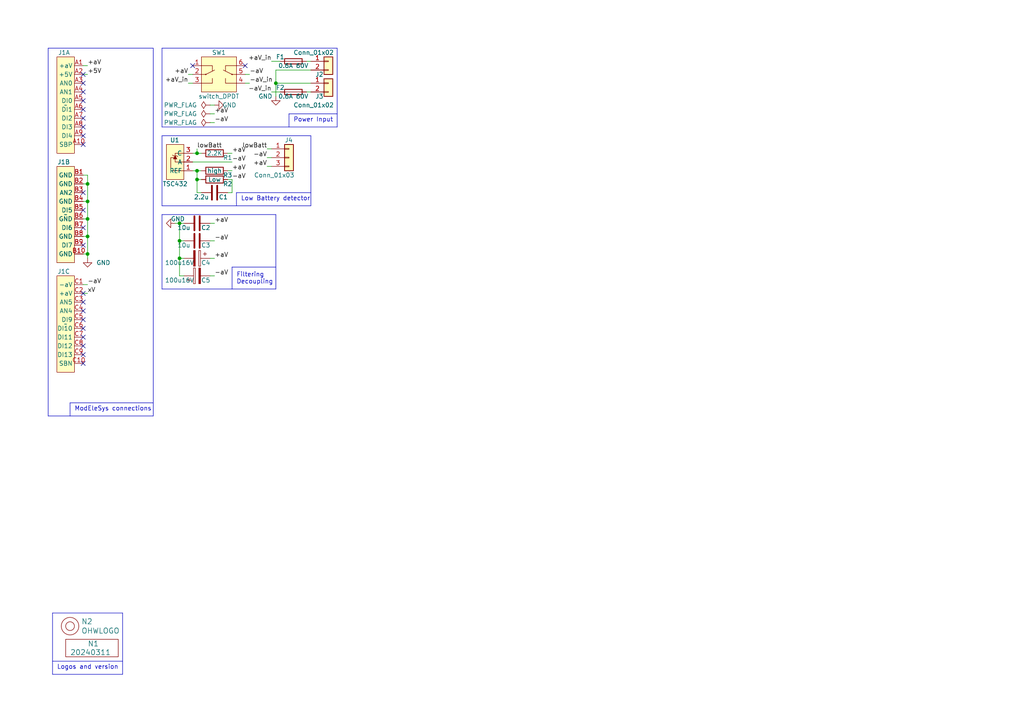
<source format=kicad_sch>
(kicad_sch (version 20230121) (generator eeschema)
  (paper "A4")
  (lib_symbols
    (symbol "Connector_Generic:Conn_01x02" (pin_names (offset 1.016) hide)
      (property "Reference" "J" (at 0 2.54 0))
      (property "Value" "Conn_01x02" (at 0 -5.08 0))
      (symbol "Conn_01x02_1_1"
        (rectangle (start -1.27 -2.413) (end 0 -2.667) (stroke (width 0.1524)))
        (rectangle (start -1.27 0.127) (end 0 -0.127) (stroke (width 0.1524)))
        (rectangle (start -1.27 1.27) (end 1.27 -3.81) (stroke (width 0.254)) (fill (type background)))
        (pin passive line (at -5.08 0 0) (length 3.81) (name "Pin_1") (number "1"))
        (pin passive line (at -5.08 -2.54 0) (length 3.81) (name "Pin_2") (number "2"))
      )
    )
    (symbol "Connector_Generic:Conn_01x03" (pin_names (offset 1.016) hide)
      (property "Reference" "J" (at 0 5.08 0))
      (property "Value" "Conn_01x03" (at 0 -5.08 0))
      (symbol "Conn_01x03_1_1"
        (rectangle (start -1.27 -2.413) (end 0 -2.667) (stroke (width 0.1524)))
        (rectangle (start -1.27 0.127) (end 0 -0.127) (stroke (width 0.1524)))
        (rectangle (start -1.27 2.667) (end 0 2.413) (stroke (width 0.1524)))
        (rectangle (start -1.27 3.81) (end 1.27 -3.81) (stroke (width 0.254)) (fill (type background)))
        (pin passive line (at -5.08 2.54 0) (length 3.81) (name "Pin_1") (number "1"))
        (pin passive line (at -5.08 0 0) (length 3.81) (name "Pin_2") (number "2"))
        (pin passive line (at -5.08 -2.54 0) (length 3.81) (name "Pin_3") (number "3"))
      )
    )
    (symbol "Device:C" (pin_numbers hide) (pin_names (offset 0.254))
      (property "Reference" "C" (at 0.635 2.54 0))
      (property "Value" "C" (at 0.635 -2.54 0))
      (symbol "C_0_1"
        (polyline (pts (xy -2.032 -0.762) (xy 2.032 -0.762)) (stroke (width 0.508)))
        (polyline (pts (xy -2.032 0.762) (xy 2.032 0.762)) (stroke (width 0.508)))
      )
      (symbol "C_1_1"
        (pin passive line (at 0 3.81 270) (length 2.794) (name "~") (number "1"))
        (pin passive line (at 0 -3.81 90) (length 2.794) (name "~") (number "2"))
      )
    )
    (symbol "Device:C_Polarized" (pin_numbers hide) (pin_names (offset 0.254))
      (property "Reference" "C" (at 0.635 2.54 0))
      (property "Value" "C_Polarized" (at 0.635 -2.54 0))
      (symbol "C_Polarized_0_1"
        (rectangle (start -2.286 0.508) (end 2.286 1.016))
        (polyline (pts (xy -1.778 2.286) (xy -0.762 2.286)))
        (polyline (pts (xy -1.27 2.794) (xy -1.27 1.778)))
        (rectangle (start 2.286 -0.508) (end -2.286 -1.016) (fill (type outline)))
      )
      (symbol "C_Polarized_1_1"
        (pin passive line (at 0 3.81 270) (length 2.794) (name "~") (number "1"))
        (pin passive line (at 0 -3.81 90) (length 2.794) (name "~") (number "2"))
      )
    )
    (symbol "Device:Fuse" (pin_numbers hide) (pin_names (offset 0))
      (property "Reference" "F" (at 2.032 0 90))
      (property "Value" "Fuse" (at -1.905 0 90))
      (symbol "Fuse_0_1"
        (rectangle (start -0.762 -2.54) (end 0.762 2.54) (stroke (width 0.254)))
        (polyline (pts (xy 0 2.54) (xy 0 -2.54)))
      )
      (symbol "Fuse_1_1"
        (pin passive line (at 0 3.81 270) (length 1.27) (name "~") (number "1"))
        (pin passive line (at 0 -3.81 90) (length 1.27) (name "~") (number "2"))
      )
    )
    (symbol "Device:R" (pin_numbers hide) (pin_names (offset 0))
      (property "Reference" "R" (at 2.032 0 90))
      (property "Value" "R" (at 0 0 90))
      (symbol "R_0_1"
        (rectangle (start -1.016 -2.54) (end 1.016 2.54) (stroke (width 0.254)))
      )
      (symbol "R_1_1"
        (pin passive line (at 0 3.81 270) (length 1.27) (name "~") (number "1"))
        (pin passive line (at 0 -3.81 90) (length 1.27) (name "~") (number "2"))
      )
    )
    (symbol "SquMes_30pin_1"
      (property "Reference" "J" (at 0 15.24 0))
      (symbol "SquMes_30pin_1_1_1"
        (rectangle (start -2.54 13.97) (end 2.54 -13.97) (fill (type background)))
        (pin passive line (at -5.08 11.43 0) (length 2.54) (name "+aV") (number "A1"))
        (pin passive line (at -5.08 -11.43 0) (length 2.54) (name "SBP") (number "A10"))
        (pin passive line (at -5.08 8.89 0) (length 2.54) (name "+5V") (number "A2"))
        (pin passive line (at -5.08 6.35 0) (length 2.54) (name "AN0") (number "A3"))
        (pin passive line (at -5.08 3.81 0) (length 2.54) (name "AN1") (number "A4"))
        (pin passive line (at -5.08 1.27 0) (length 2.54) (name "DI0") (number "A5"))
        (pin passive line (at -5.08 -1.27 0) (length 2.54) (name "DI1") (number "A6"))
        (pin passive line (at -5.08 -3.81 0) (length 2.54) (name "DI2") (number "A7"))
        (pin passive line (at -5.08 -6.35 0) (length 2.54) (name "DI3") (number "A8"))
        (pin passive line (at -5.08 -8.89 0) (length 2.54) (name "DI4") (number "A9"))
      )
      (symbol "SquMes_30pin_1_2_1"
        (rectangle (start -2.54 13.97) (end 2.54 -13.97) (fill (type background)))
        (pin passive line (at -5.08 11.43 0) (length 2.54) (name "GND") (number "B1"))
        (pin passive line (at -5.08 -11.43 0) (length 2.54) (name "GND") (number "B10"))
        (pin passive line (at -5.08 8.89 0) (length 2.54) (name "GND") (number "B2"))
        (pin passive line (at -5.08 6.35 0) (length 2.54) (name "AN2") (number "B3"))
        (pin passive line (at -5.08 3.81 0) (length 2.54) (name "GND") (number "B4"))
        (pin passive line (at -5.08 1.27 0) (length 2.54) (name "DI5") (number "B5"))
        (pin passive line (at -5.08 -1.27 0) (length 2.54) (name "GND") (number "B6"))
        (pin passive line (at -5.08 -3.81 0) (length 2.54) (name "DI6") (number "B7"))
        (pin passive line (at -5.08 -6.35 0) (length 2.54) (name "GND") (number "B8"))
        (pin passive line (at -5.08 -8.89 0) (length 2.54) (name "DI7") (number "B9"))
      )
      (symbol "SquMes_30pin_1_3_1"
        (rectangle (start -2.54 13.97) (end 2.54 -13.97) (fill (type background)))
        (pin passive line (at -5.08 11.43 0) (length 2.54) (name "-aV") (number "C1"))
        (pin passive line (at -5.08 -11.43 0) (length 2.54) (name "SBN") (number "C10"))
        (pin passive line (at -5.08 8.89 0) (length 2.54) (name "+aV") (number "C2"))
        (pin passive line (at -5.08 6.35 0) (length 2.54) (name "AN5") (number "C3"))
        (pin passive line (at -5.08 3.81 0) (length 2.54) (name "AN4") (number "C4"))
        (pin passive line (at -5.08 1.27 0) (length 2.54) (name "DI9") (number "C5"))
        (pin passive line (at -5.08 -1.27 0) (length 2.54) (name "DI10") (number "C6"))
        (pin passive line (at -5.08 -3.81 0) (length 2.54) (name "DI11") (number "C7"))
        (pin passive line (at -5.08 -6.35 0) (length 2.54) (name "DI12") (number "C8"))
        (pin passive line (at -5.08 -8.89 0) (length 2.54) (name "DI13") (number "C9"))
      )
    )
    (symbol "SquMes_30pin_2"
      (property "Reference" "J" (at 0 15.24 0))
      (symbol "SquMes_30pin_2_1_1"
        (rectangle (start -2.54 13.97) (end 2.54 -13.97) (fill (type background)))
        (pin passive line (at -5.08 11.43 0) (length 2.54) (name "+aV") (number "A1"))
        (pin passive line (at -5.08 -11.43 0) (length 2.54) (name "SBP") (number "A10"))
        (pin passive line (at -5.08 8.89 0) (length 2.54) (name "+5V") (number "A2"))
        (pin passive line (at -5.08 6.35 0) (length 2.54) (name "AN0") (number "A3"))
        (pin passive line (at -5.08 3.81 0) (length 2.54) (name "AN1") (number "A4"))
        (pin passive line (at -5.08 1.27 0) (length 2.54) (name "DI0") (number "A5"))
        (pin passive line (at -5.08 -1.27 0) (length 2.54) (name "DI1") (number "A6"))
        (pin passive line (at -5.08 -3.81 0) (length 2.54) (name "DI2") (number "A7"))
        (pin passive line (at -5.08 -6.35 0) (length 2.54) (name "DI3") (number "A8"))
        (pin passive line (at -5.08 -8.89 0) (length 2.54) (name "DI4") (number "A9"))
      )
      (symbol "SquMes_30pin_2_2_1"
        (rectangle (start -2.54 13.97) (end 2.54 -13.97) (fill (type background)))
        (pin passive line (at -5.08 11.43 0) (length 2.54) (name "GND") (number "B1"))
        (pin passive line (at -5.08 -11.43 0) (length 2.54) (name "GND") (number "B10"))
        (pin passive line (at -5.08 8.89 0) (length 2.54) (name "GND") (number "B2"))
        (pin passive line (at -5.08 6.35 0) (length 2.54) (name "AN2") (number "B3"))
        (pin passive line (at -5.08 3.81 0) (length 2.54) (name "GND") (number "B4"))
        (pin passive line (at -5.08 1.27 0) (length 2.54) (name "DI5") (number "B5"))
        (pin passive line (at -5.08 -1.27 0) (length 2.54) (name "GND") (number "B6"))
        (pin passive line (at -5.08 -3.81 0) (length 2.54) (name "DI6") (number "B7"))
        (pin passive line (at -5.08 -6.35 0) (length 2.54) (name "GND") (number "B8"))
        (pin passive line (at -5.08 -8.89 0) (length 2.54) (name "DI7") (number "B9"))
      )
      (symbol "SquMes_30pin_2_3_1"
        (rectangle (start -2.54 13.97) (end 2.54 -13.97) (fill (type background)))
        (pin passive line (at -5.08 11.43 0) (length 2.54) (name "-aV") (number "C1"))
        (pin passive line (at -5.08 -11.43 0) (length 2.54) (name "SBN") (number "C10"))
        (pin passive line (at -5.08 8.89 0) (length 2.54) (name "+aV") (number "C2"))
        (pin passive line (at -5.08 6.35 0) (length 2.54) (name "AN5") (number "C3"))
        (pin passive line (at -5.08 3.81 0) (length 2.54) (name "AN4") (number "C4"))
        (pin passive line (at -5.08 1.27 0) (length 2.54) (name "DI9") (number "C5"))
        (pin passive line (at -5.08 -1.27 0) (length 2.54) (name "DI10") (number "C6"))
        (pin passive line (at -5.08 -3.81 0) (length 2.54) (name "DI11") (number "C7"))
        (pin passive line (at -5.08 -6.35 0) (length 2.54) (name "DI12") (number "C8"))
        (pin passive line (at -5.08 -8.89 0) (length 2.54) (name "DI13") (number "C9"))
      )
    )
    (symbol "SquantorConnectorsNamed:SquMes_30pin"
      (property "Reference" "J" (at 0 15.24 0))
      (symbol "SquMes_30pin_1_1"
        (rectangle (start -2.54 13.97) (end 2.54 -13.97) (fill (type background)))
        (pin passive line (at -5.08 11.43 0) (length 2.54) (name "+aV") (number "A1"))
        (pin passive line (at -5.08 -11.43 0) (length 2.54) (name "SBP") (number "A10"))
        (pin passive line (at -5.08 8.89 0) (length 2.54) (name "+5V") (number "A2"))
        (pin passive line (at -5.08 6.35 0) (length 2.54) (name "AN0") (number "A3"))
        (pin passive line (at -5.08 3.81 0) (length 2.54) (name "AN1") (number "A4"))
        (pin passive line (at -5.08 1.27 0) (length 2.54) (name "DI0") (number "A5"))
        (pin passive line (at -5.08 -1.27 0) (length 2.54) (name "DI1") (number "A6"))
        (pin passive line (at -5.08 -3.81 0) (length 2.54) (name "DI2") (number "A7"))
        (pin passive line (at -5.08 -6.35 0) (length 2.54) (name "DI3") (number "A8"))
        (pin passive line (at -5.08 -8.89 0) (length 2.54) (name "DI4") (number "A9"))
      )
      (symbol "SquMes_30pin_2_1"
        (rectangle (start -2.54 13.97) (end 2.54 -13.97) (fill (type background)))
        (pin passive line (at -5.08 11.43 0) (length 2.54) (name "GND") (number "B1"))
        (pin passive line (at -5.08 -11.43 0) (length 2.54) (name "GND") (number "B10"))
        (pin passive line (at -5.08 8.89 0) (length 2.54) (name "GND") (number "B2"))
        (pin passive line (at -5.08 6.35 0) (length 2.54) (name "AN2") (number "B3"))
        (pin passive line (at -5.08 3.81 0) (length 2.54) (name "GND") (number "B4"))
        (pin passive line (at -5.08 1.27 0) (length 2.54) (name "DI5") (number "B5"))
        (pin passive line (at -5.08 -1.27 0) (length 2.54) (name "GND") (number "B6"))
        (pin passive line (at -5.08 -3.81 0) (length 2.54) (name "DI6") (number "B7"))
        (pin passive line (at -5.08 -6.35 0) (length 2.54) (name "GND") (number "B8"))
        (pin passive line (at -5.08 -8.89 0) (length 2.54) (name "DI7") (number "B9"))
      )
      (symbol "SquMes_30pin_3_1"
        (rectangle (start -2.54 13.97) (end 2.54 -13.97) (fill (type background)))
        (pin passive line (at -5.08 11.43 0) (length 2.54) (name "-aV") (number "C1"))
        (pin passive line (at -5.08 -11.43 0) (length 2.54) (name "SBN") (number "C10"))
        (pin passive line (at -5.08 8.89 0) (length 2.54) (name "+aV") (number "C2"))
        (pin passive line (at -5.08 6.35 0) (length 2.54) (name "AN5") (number "C3"))
        (pin passive line (at -5.08 3.81 0) (length 2.54) (name "AN4") (number "C4"))
        (pin passive line (at -5.08 1.27 0) (length 2.54) (name "DI9") (number "C5"))
        (pin passive line (at -5.08 -1.27 0) (length 2.54) (name "DI10") (number "C6"))
        (pin passive line (at -5.08 -3.81 0) (length 2.54) (name "DI11") (number "C7"))
        (pin passive line (at -5.08 -6.35 0) (length 2.54) (name "DI12") (number "C8"))
        (pin passive line (at -5.08 -8.89 0) (length 2.54) (name "DI13") (number "C9"))
      )
    )
    (symbol "SquantorGenericAnalog:TL431_TO-92"
      (property "Reference" "U" (at 0 6.35 0))
      (symbol "TL431_TO-92_0_1"
        (polyline (pts (xy -2.54 0) (xy 0 0) (xy 0 -2.54) (xy -2.54 -2.54)))
        (polyline (pts (xy -2.54 2.54) (xy 1.27 2.54) (xy 1.27 -1.27) (xy 0 -1.27)))
        (polyline (pts (xy -0.762 -1.524) (xy -0.508 -1.778) (xy 0.508 -1.778) (xy 0.762 -2.032)))
      )
      (symbol "TL431_TO-92_1_1"
        (rectangle (start -2.54 5.08) (end 2.54 -5.08) (fill (type background)))
        (polyline (pts (xy 0 -1.778) (xy 0.508 -0.889) (xy -0.508 -0.889) (xy 0 -1.778)) (fill (type outline)))
        (pin input line (at -5.08 2.54 0) (length 2.54) (name "REF") (number "1"))
        (pin power_in line (at -5.08 0 0) (length 2.54) (name "A") (number "2"))
        (pin power_out line (at -5.08 -2.54 0) (length 2.54) (name "C") (number "3"))
      )
    )
    (symbol "SquantorLabels:OHWLOGO" (pin_names (offset 1.016))
      (property "Reference" "N" (at 0 3.81 0))
      (property "Value" "OHWLOGO" (at 0 -3.81 0))
      (symbol "OHWLOGO_0_1"
        (circle (center 0 0) (radius 1.27))
        (circle (center 0 0) (radius 2.54))
      )
    )
    (symbol "SquantorLabels:VYYYYMMDD" (pin_names (offset 1.016))
      (property "Reference" "N" (at 0 2.54 0))
      (property "Value" "VYYYYMMDD" (at 0 0 0))
      (symbol "VYYYYMMDD_0_1"
        (rectangle (start 7.62 -1.27) (end -7.62 3.81))
      )
    )
    (symbol "SquantorSwitches:switch_DPDT" (pin_names hide)
      (property "Reference" "SW" (at 0 12.7 0))
      (property "Value" "switch_DPDT" (at 0 -10.795 0))
      (symbol "switch_DPDT_0_1"
        (rectangle (start -5.08 5.08) (end 5.08 -5.08) (fill (type background)))
        (circle (center -3.81 0) (radius 0.127))
        (polyline (pts (xy 4.445 5.08) (xy 4.445 5.08)))
        (polyline (pts (xy -5.08 -2.54) (xy -1.905 -2.54) (xy -1.905 -1.143)))
        (polyline (pts (xy -5.08 0) (xy -3.81 0) (xy -1.27 1.27)))
        (polyline (pts (xy -5.08 2.54) (xy -1.905 2.54) (xy -1.905 1.016)))
        (polyline (pts (xy 5.08 -2.54) (xy 1.905 -2.54) (xy 1.905 -1.143)))
        (polyline (pts (xy 5.08 0) (xy 3.81 0) (xy 1.27 1.27)))
        (polyline (pts (xy 5.08 2.54) (xy 1.905 2.54) (xy 1.905 1.016)))
        (circle (center 3.81 0) (radius 0.127))
        (rectangle (start 5.08 5.08) (end 5.08 5.08) (fill (type background)))
      )
      (symbol "switch_DPDT_1_1"
        (pin passive line (at -7.62 2.54 0) (length 2.54) (name "SW1_P1") (number "1"))
        (pin passive line (at -7.62 0 0) (length 2.54) (name "SW1_C1") (number "2"))
        (pin passive line (at -7.62 -2.54 0) (length 2.54) (name "SW1_P2") (number "3"))
        (pin passive line (at 7.62 -2.54 180) (length 2.54) (name "SW2_P2") (number "4"))
        (pin passive line (at 7.62 0 180) (length 2.54) (name "SW2_C1") (number "5"))
        (pin passive line (at 7.62 2.54 180) (length 2.54) (name "SW2_P2") (number "6"))
      )
    )
    (symbol "power:GND" (power) (pin_names (offset 0))
      (property "Value" "GND" (at 0 -3.81 0))
      (symbol "GND_0_1"
        (polyline (pts (xy 0 0) (xy 0 -1.27) (xy 1.27 -1.27) (xy 0 -2.54) (xy -1.27 -1.27) (xy 0 -1.27)))
      )
      (symbol "GND_1_1"
        (pin power_in line (at 0 0 270) (length 0) hide (name "GND") (number "1"))
      )
    )
    (symbol "power:PWR_FLAG" (power) (pin_numbers hide) (pin_names (offset 0) hide)
      (property "Value" "PWR_FLAG" (at 0 3.81 0))
      (symbol "PWR_FLAG_0_0"
        (pin power_out line (at 0 0 90) (length 0) (name "pwr") (number "1"))
      )
      (symbol "PWR_FLAG_0_1"
        (polyline (pts (xy 0 0) (xy 0 1.27) (xy -1.016 1.905) (xy 0 2.54) (xy 1.016 1.905) (xy 0 1.27)))
      )
    )
  )
  (junction (at 52.07 74.93))
  (junction (at 25.4 53.34))
  (junction (at 52.07 64.77))
  (junction (at 52.07 69.85))
  (junction (at 25.4 58.42))
  (junction (at 80.01 24.13))
  (junction (at 25.4 68.58))
  (junction (at 57.15 44.45))
  (junction (at 57.15 49.53))
  (junction (at 57.15 52.07))
  (junction (at 25.4 73.66))
  (junction (at 25.4 63.5))
  (no_connect (at 24.13 60.96))
  (no_connect (at 24.13 34.29))
  (no_connect (at 24.13 36.83))
  (no_connect (at 24.13 85.09))
  (no_connect (at 24.13 21.59))
  (no_connect (at 24.13 29.21))
  (no_connect (at 24.13 41.91))
  (no_connect (at 24.13 31.75))
  (no_connect (at 24.13 24.13))
  (no_connect (at 24.13 55.88))
  (no_connect (at 24.13 66.04))
  (no_connect (at 24.13 100.33))
  (no_connect (at 24.13 97.79))
  (no_connect (at 24.13 95.25))
  (no_connect (at 24.13 26.67))
  (no_connect (at 24.13 90.17))
  (no_connect (at 24.13 71.12))
  (no_connect (at 24.13 105.41))
  (no_connect (at 24.13 39.37))
  (no_connect (at 24.13 92.71))
  (no_connect (at 55.88 19.05))
  (no_connect (at 71.12 19.05))
  (no_connect (at 24.13 87.63))
  (no_connect (at 24.13 102.87))
  (polyline (pts (xy 20.32 116.84) (xy 20.32 120.65)))
  (polyline (pts (xy 97.79 36.83) (xy 97.79 13.97)))
  (polyline (pts (xy 67.31 77.47) (xy 67.31 83.82)))
  (wire (pts (xy 66.04 52.07) (xy 67.31 52.07)))
  (polyline (pts (xy 68.58 55.88) (xy 68.58 59.69)))
  (polyline (pts (xy 97.79 13.97) (xy 46.99 13.97)))
  (wire (pts (xy 80.01 20.32) (xy 80.01 24.13)))
  (wire (pts (xy 52.07 74.93) (xy 52.07 80.01)))
  (wire (pts (xy 80.01 24.13) (xy 90.17 24.13)))
  (wire (pts (xy 77.47 45.72) (xy 78.74 45.72)))
  (wire (pts (xy 24.13 21.59) (xy 25.4 21.59)))
  (wire (pts (xy 88.9 17.78) (xy 90.17 17.78)))
  (polyline (pts (xy 80.01 62.23) (xy 46.99 62.23)))
  (polyline (pts (xy 15.24 177.8) (xy 15.24 195.58)))
  (wire (pts (xy 25.4 73.66) (xy 25.4 74.93)))
  (polyline (pts (xy 35.56 177.8) (xy 15.24 177.8)))
  (polyline (pts (xy 46.99 13.97) (xy 46.99 36.83)))
  (wire (pts (xy 24.13 73.66) (xy 25.4 73.66)))
  (wire (pts (xy 60.96 35.56) (xy 62.23 35.56)))
  (wire (pts (xy 52.07 64.77) (xy 52.07 69.85)))
  (wire (pts (xy 25.4 68.58) (xy 25.4 73.66)))
  (polyline (pts (xy 90.17 55.88) (xy 68.58 55.88)))
  (polyline (pts (xy 80.01 83.82) (xy 80.01 62.23)))
  (polyline (pts (xy 97.79 33.02) (xy 83.82 33.02)))
  (polyline (pts (xy 44.45 120.65) (xy 44.45 13.97)))
  (wire (pts (xy 52.07 64.77) (xy 53.34 64.77)))
  (wire (pts (xy 67.31 55.88) (xy 66.04 55.88)))
  (wire (pts (xy 50.8 64.77) (xy 52.07 64.77)))
  (polyline (pts (xy 46.99 83.82) (xy 80.01 83.82)))
  (wire (pts (xy 52.07 69.85) (xy 52.07 74.93)))
  (wire (pts (xy 77.47 43.18) (xy 78.74 43.18)))
  (wire (pts (xy 24.13 19.05) (xy 25.4 19.05)))
  (wire (pts (xy 25.4 53.34) (xy 25.4 58.42)))
  (wire (pts (xy 25.4 63.5) (xy 25.4 68.58)))
  (polyline (pts (xy 13.97 120.65) (xy 44.45 120.65)))
  (wire (pts (xy 24.13 85.09) (xy 25.4 85.09)))
  (polyline (pts (xy 90.17 39.37) (xy 46.99 39.37)))
  (wire (pts (xy 24.13 58.42) (xy 25.4 58.42)))
  (polyline (pts (xy 80.01 77.47) (xy 67.31 77.47)))
  (wire (pts (xy 24.13 50.8) (xy 25.4 50.8)))
  (wire (pts (xy 52.07 80.01) (xy 53.34 80.01)))
  (wire (pts (xy 57.15 44.45) (xy 58.42 44.45)))
  (wire (pts (xy 25.4 58.42) (xy 25.4 63.5)))
  (wire (pts (xy 54.61 21.59) (xy 55.88 21.59)))
  (wire (pts (xy 71.12 24.13) (xy 72.39 24.13)))
  (wire (pts (xy 57.15 49.53) (xy 57.15 52.07)))
  (wire (pts (xy 67.31 52.07) (xy 67.31 55.88)))
  (polyline (pts (xy 46.99 36.83) (xy 97.79 36.83)))
  (polyline (pts (xy 44.45 116.84) (xy 20.32 116.84)))
  (wire (pts (xy 60.96 74.93) (xy 62.23 74.93)))
  (wire (pts (xy 66.04 49.53) (xy 67.31 49.53)))
  (wire (pts (xy 80.01 24.13) (xy 80.01 27.94)))
  (wire (pts (xy 24.13 68.58) (xy 25.4 68.58)))
  (wire (pts (xy 25.4 50.8) (xy 25.4 53.34)))
  (polyline (pts (xy 46.99 59.69) (xy 90.17 59.69)))
  (wire (pts (xy 66.04 44.45) (xy 67.31 44.45)))
  (wire (pts (xy 60.96 30.48) (xy 62.23 30.48)))
  (wire (pts (xy 55.88 49.53) (xy 57.15 49.53)))
  (polyline (pts (xy 35.56 195.58) (xy 35.56 177.8)))
  (wire (pts (xy 78.74 17.78) (xy 81.28 17.78)))
  (wire (pts (xy 58.42 49.53) (xy 57.15 49.53)))
  (polyline (pts (xy 15.24 195.58) (xy 35.56 195.58)))
  (polyline (pts (xy 13.97 13.97) (xy 13.97 120.65)))
  (polyline (pts (xy 46.99 62.23) (xy 46.99 83.82)))
  (wire (pts (xy 55.88 46.99) (xy 67.31 46.99)))
  (wire (pts (xy 88.9 26.67) (xy 90.17 26.67)))
  (wire (pts (xy 60.96 64.77) (xy 62.23 64.77)))
  (wire (pts (xy 53.34 69.85) (xy 52.07 69.85)))
  (wire (pts (xy 77.47 48.26) (xy 78.74 48.26)))
  (wire (pts (xy 60.96 69.85) (xy 62.23 69.85)))
  (polyline (pts (xy 46.99 39.37) (xy 46.99 59.69)))
  (wire (pts (xy 24.13 63.5) (xy 25.4 63.5)))
  (wire (pts (xy 24.13 53.34) (xy 25.4 53.34)))
  (wire (pts (xy 58.42 55.88) (xy 57.15 55.88)))
  (wire (pts (xy 57.15 43.18) (xy 57.15 44.45)))
  (wire (pts (xy 52.07 74.93) (xy 53.34 74.93)))
  (wire (pts (xy 71.12 21.59) (xy 72.39 21.59)))
  (wire (pts (xy 55.88 44.45) (xy 57.15 44.45)))
  (wire (pts (xy 60.96 33.02) (xy 62.23 33.02)))
  (wire (pts (xy 24.13 82.55) (xy 25.4 82.55)))
  (polyline (pts (xy 90.17 59.69) (xy 90.17 39.37)))
  (polyline (pts (xy 83.82 33.02) (xy 83.82 36.83)))
  (wire (pts (xy 78.74 26.67) (xy 81.28 26.67)))
  (wire (pts (xy 57.15 55.88) (xy 57.15 52.07)))
  (wire (pts (xy 90.17 20.32) (xy 80.01 20.32)))
  (wire (pts (xy 54.61 24.13) (xy 55.88 24.13)))
  (polyline (pts (xy 15.24 191.77) (xy 35.56 191.77)))
  (wire (pts (xy 57.15 52.07) (xy 58.42 52.07)))
  (polyline (pts (xy 44.45 13.97) (xy 13.97 13.97)))
  (wire (pts (xy 60.96 80.01) (xy 62.23 80.01)))
  (text "ModEleSys connections" (at 21.59 119.38 0) (effects (font (size 1.27 1.27)) (justify left bottom)))
  (text "Logos and version" (at 16.51 194.31 0) (effects (font (size 1.27 1.27)) (justify left bottom)))
  (text "Power Input" (at 85.09 35.56 0) (effects (font (size 1.27 1.27)) (justify left bottom)))
  (text "Filtering\nDecoupling" (at 68.58 82.55 0) (effects (font (size 1.27 1.27)) (justify left bottom)))
  (text "Low Battery detector" (at 69.85 58.42 0) (effects (font (size 1.27 1.27)) (justify left bottom)))
  (label "+aV" (at 25.4 19.05 0))
  (label "-aV" (at 62.23 35.56 0))
  (label "+aV" (at 77.47 48.26 180))
  (label "+aV" (at 54.61 21.59 180))
  (label "+aV" (at 67.31 44.45 0))
  (label "+5V" (at 25.4 21.59 0))
  (label "-aV" (at 62.23 80.01 0))
  (label "lowBatt" (at 77.47 43.18 180))
  (label "+aV" (at 62.23 64.77 0))
  (label "-aV_in" (at 72.39 24.13 0))
  (label "+aV" (at 62.23 74.93 0))
  (label "-aV_in" (at 78.74 26.67 180))
  (label "xV" (at 25.4 85.09 0))
  (label "-aV" (at 72.39 21.59 0))
  (label "-aV" (at 67.31 52.07 0))
  (label "+aV" (at 62.23 33.02 0))
  (label "-aV" (at 67.31 46.99 0))
  (label "+aV" (at 67.31 49.53 0))
  (label "lowBatt" (at 57.15 43.18 0))
  (label "+aV_in" (at 78.74 17.78 180))
  (label "-aV" (at 77.47 45.72 180))
  (label "-aV" (at 62.23 69.85 0))
  (label "+aV_in" (at 54.61 24.13 180))
  (label "-aV" (at 25.4 82.55 0))
  (symbol (lib_id "SquantorLabels:VYYYYMMDD") (at 26.67 189.23 0) (unit 1)
    (property "Reference" "N1" (at 25.4 186.69 0) (effects (font (size 1.524 1.524)) (justify left)))
    (property "Value" "20240311" (at 20.32 189.23 0) (effects (font (size 1.524 1.524)) (justify left)))
    (property "Footprint" "SquantorLabels:Label_Generic" (effects hide))
  )
  (symbol (lib_id "SquantorLabels:OHWLOGO") (at 20.32 181.61 0) (unit 1)
    (property "Reference" "N2" (at 23.5712 180.2638 0) (effects (font (size 1.524 1.524)) (justify left)))
    (property "Value" "OHWLOGO" (at 23.5712 182.9562 0) (effects (font (size 1.524 1.524)) (justify left)))
    (property "Footprint" "Symbol:OSHW-Symbol_6.7x6mm_SilkScreen" (effects hide))
  )
  (symbol (lib_id "power:PWR_FLAG") (at 60.96 30.48 90) (unit 1)
    (property "Reference" "#FLG01" (effects hide))
    (property "Value" "PWR_FLAG" (at 57.15 30.48 90) (effects (justify left)))
  )
  (symbol (lib_id "Device:R") (at 62.23 44.45 270) (unit 1)
    (property "Reference" "R1" (at 66.04 45.72 90))
    (property "Value" "2.2K" (at 62.23 44.45 90))
    (property "Footprint" "SquantorResistor:R_0603_hand" (effects hide))
  )
  (symbol (lib_id "SquantorConnectorsNamed:SquMes_30pin") (at 19.05 93.98 0) (mirror y) (unit 3)
    (property "Reference" "J1" (at 20.32 78.74 0) (effects (justify left)))
    (property "Value" "~" (at 19.05 93.98 0))
    (property "Footprint" "SquantorConnectors:DIN41612_R3_3x10_Male_Vertical_THT" (effects hide))
  )
  (symbol (lib_id "SquantorGenericAnalog:TL431_TO-92") (at 50.8 46.99 180) (unit 1)
    (property "Reference" "U1" (at 52.07 40.64 0) (effects (justify left)))
    (property "Value" "TSC432" (at 50.8 53.34 0))
    (property "Footprint" "Package_TO_SOT_THT:TO-92L_Inline_Wide" (effects hide))
  )
  (symbol (lib_id "power:GND") (at 62.23 30.48 90) (unit 1)
    (property "Reference" "#PWR03" (effects hide))
    (property "Value" "GND" (at 68.58 30.48 90) (effects (justify left)))
  )
  (symbol (lib_id "Device:Fuse") (at 85.09 26.67 270) (unit 1)
    (property "Reference" "F2" (at 81.28 25.4 90))
    (property "Value" "0.6A 60V" (at 85.09 27.94 90))
    (property "Footprint" "SquantorRcl:F_1812-bourns" (effects hide))
  )
  (symbol (lib_id "power:GND") (at 80.01 27.94 0) (unit 1)
    (property "Reference" "#PWR01" (effects hide))
    (property "Value" "GND" (at 74.93 27.94 0) (effects (justify left)))
  )
  (symbol (lib_id "Device:C") (at 57.15 64.77 90) (unit 1)
    (property "Reference" "C2" (at 59.69 66.04 90))
    (property "Value" "10u" (at 53.34 66.04 90))
    (property "Footprint" "SquantorCapacitor:C_0805" (effects hide))
  )
  (symbol (lib_id "Device:C") (at 57.15 69.85 90) (unit 1)
    (property "Reference" "C3" (at 59.69 71.12 90))
    (property "Value" "10u" (at 53.34 71.12 90))
    (property "Footprint" "SquantorCapacitor:C_0805" (effects hide))
  )
  (symbol (lib_id "power:PWR_FLAG") (at 60.96 35.56 90) (unit 1)
    (property "Reference" "#FLG03" (effects hide))
    (property "Value" "PWR_FLAG" (at 57.15 35.56 90) (effects (justify left)))
  )
  (symbol (lib_id "Connector_Generic:Conn_01x02") (at 95.25 24.13 0) (unit 1)
    (property "Reference" "J3" (at 91.44 27.94 0) (effects (justify left)))
    (property "Value" "Conn_01x02" (at 85.09 30.48 0) (effects (justify left)))
    (property "Footprint" "Connector_JST:JST_XH_B2B-XH-A_1x02_P2.50mm_Vertical" (effects hide))
  )
  (symbol (lib_name "SquMes_30pin_2") (lib_id "SquantorConnectorsNamed:SquMes_30pin") (at 19.05 62.23 0) (mirror y) (unit 2)
    (property "Reference" "J1" (at 20.32 46.99 0) (effects (justify left)))
    (property "Value" "~" (at 19.05 62.23 0))
    (property "Footprint" "SquantorConnectors:DIN41612_R3_3x10_Male_Vertical_THT" (effects hide))
  )
  (symbol (lib_id "Device:C_Polarized") (at 57.15 74.93 270) (unit 1)
    (property "Reference" "C4" (at 59.69 76.2 90))
    (property "Value" "100u16V" (at 52.07 76.2 90))
    (property "Footprint" "SquantorCapacitor:C-025-065-elco" (effects hide))
  )
  (symbol (lib_id "SquantorSwitches:switch_DPDT") (at 63.5 21.59 0) (unit 1)
    (property "Reference" "SW1" (at 63.5 15.24 0))
    (property "Value" "switch_DPDT" (at 63.5 27.94 0))
    (property "Footprint" "SquantorSwitches:PS-22F02" (effects hide))
  )
  (symbol (lib_id "Device:C_Polarized") (at 57.15 80.01 90) (unit 1)
    (property "Reference" "C5" (at 59.69 81.28 90))
    (property "Value" "100u16V" (at 52.07 81.28 90))
    (property "Footprint" "SquantorCapacitor:C-025-065-elco" (effects hide))
  )
  (symbol (lib_id "Device:Fuse") (at 85.09 17.78 270) (unit 1)
    (property "Reference" "F1" (at 81.28 16.51 90))
    (property "Value" "0.6A 60V" (at 85.09 19.05 90))
    (property "Footprint" "SquantorRcl:F_1812-bourns" (effects hide))
  )
  (symbol (lib_name "SquMes_30pin_1") (lib_id "SquantorConnectorsNamed:SquMes_30pin") (at 19.05 30.48 0) (mirror y) (unit 1)
    (property "Reference" "J1" (at 20.32 15.24 0) (effects (justify left)))
    (property "Value" "~" (at 19.05 30.48 0))
    (property "Footprint" "SquantorConnectors:DIN41612_R3_3x10_Male_Vertical_THT" (effects hide))
  )
  (symbol (lib_id "power:GND") (at 25.4 74.93 0) (unit 1)
    (property "Reference" "#PWR0104" (effects hide))
    (property "Value" "GND" (at 27.94 76.2 0) (effects (justify left)))
  )
  (symbol (lib_id "power:PWR_FLAG") (at 60.96 33.02 90) (unit 1)
    (property "Reference" "#FLG02" (effects hide))
    (property "Value" "PWR_FLAG" (at 57.15 33.02 90) (effects (justify left)))
  )
  (symbol (lib_id "power:GND") (at 50.8 64.77 270) (unit 1)
    (property "Reference" "#PWR02" (effects hide))
    (property "Value" "GND" (at 49.53 63.5 90) (effects (justify left)))
  )
  (symbol (lib_id "Connector_Generic:Conn_01x03") (at 83.82 45.72 0) (unit 1)
    (property "Reference" "J4" (at 82.55 40.64 0) (effects (justify left)))
    (property "Value" "Conn_01x03" (at 73.66 50.8 0) (effects (justify left)))
    (property "Footprint" "Connector_JST:JST_PH_B3B-PH-K_1x03_P2.00mm_Vertical" (effects hide))
  )
  (symbol (lib_id "Device:R") (at 62.23 49.53 270) (unit 1)
    (property "Reference" "R3" (at 66.04 50.8 90))
    (property "Value" "high" (at 62.23 49.53 90))
    (property "Footprint" "SquantorResistor:R_0603_hand" (effects hide))
  )
  (symbol (lib_id "Device:R") (at 62.23 52.07 270) (unit 1)
    (property "Reference" "R2" (at 66.04 53.34 90))
    (property "Value" "Low" (at 62.23 52.07 90))
    (property "Footprint" "SquantorResistor:R_0603_hand" (effects hide))
  )
  (symbol (lib_id "Device:C") (at 62.23 55.88 90) (unit 1)
    (property "Reference" "C1" (at 64.77 57.15 90))
    (property "Value" "2.2u" (at 58.42 57.15 90))
    (property "Footprint" "SquantorCapacitor:C_0805" (effects hide))
  )
  (symbol (lib_id "Connector_Generic:Conn_01x02") (at 95.25 17.78 0) (unit 1)
    (property "Reference" "J2" (at 91.44 21.59 0) (effects (justify left)))
    (property "Value" "Conn_01x02" (at 85.09 15.24 0) (effects (justify left)))
    (property "Footprint" "Connector_JST:JST_XH_B2B-XH-A_1x02_P2.50mm_Vertical" (effects hide))
  )
)
</source>
